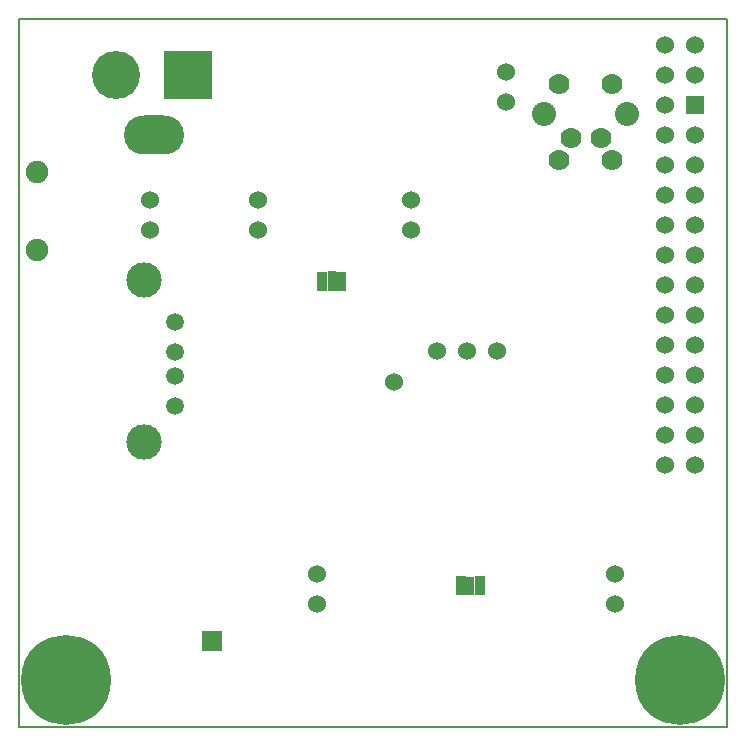
<source format=gbs>
G04 (created by PCBNEW (2013-03-15 BZR 4003)-stable) date 24-Aug-13 4:32:32 PM*
%MOIN*%
G04 Gerber Fmt 3.4, Leading zero omitted, Abs format*
%FSLAX34Y34*%
G01*
G70*
G90*
G04 APERTURE LIST*
%ADD10C,0*%
%ADD11C,0.00590551*%
%ADD12C,0.07*%
%ADD13C,0.08*%
%ADD14C,0.06*%
%ADD15R,0.06X0.06*%
%ADD16C,0.16*%
%ADD17R,0.16X0.16*%
%ADD18O,0.2X0.13*%
%ADD19C,0.075*%
%ADD20R,0.03X0.0646457*%
%ADD21R,0.0323622X0.0323622*%
%ADD22C,0.0591*%
%ADD23C,0.1181*%
%ADD24R,0.03X0.0650394*%
%ADD25R,0.0323622X0.0325591*%
%ADD26R,0.0322835X0.0346457*%
%ADD27C,0.3*%
G04 APERTURE END LIST*
G54D10*
G54D11*
X34547Y-31003D02*
X34547Y-7381D01*
X58169Y-31003D02*
X34547Y-31003D01*
X58169Y-7381D02*
X58169Y-31003D01*
X34547Y-7381D02*
X58169Y-7381D01*
G54D12*
X54319Y-9547D03*
X52569Y-9547D03*
G54D13*
X54819Y-10547D03*
X52069Y-10547D03*
G54D12*
X52569Y-12097D03*
X54319Y-12097D03*
X52944Y-11347D03*
X53944Y-11347D03*
G54D14*
X48507Y-18444D03*
X49507Y-18444D03*
X50507Y-18444D03*
X50787Y-10145D03*
X50787Y-9145D03*
X42519Y-14437D03*
X42519Y-13437D03*
X44488Y-26877D03*
X44488Y-25877D03*
X54429Y-26877D03*
X54429Y-25877D03*
X47618Y-14437D03*
X47618Y-13437D03*
X56084Y-8271D03*
X57084Y-8271D03*
X56084Y-9271D03*
X57084Y-9271D03*
X56084Y-10271D03*
G54D15*
X57084Y-10271D03*
G54D14*
X56084Y-11271D03*
X57084Y-11271D03*
X56084Y-12271D03*
X57084Y-12271D03*
X56084Y-13271D03*
X57084Y-13271D03*
X56084Y-14271D03*
X57084Y-14271D03*
X56084Y-15271D03*
X57084Y-15271D03*
X56084Y-16271D03*
X57084Y-16271D03*
X56084Y-17271D03*
X57084Y-17271D03*
X56084Y-18271D03*
X57084Y-18271D03*
X56084Y-19271D03*
X57084Y-19271D03*
X56084Y-20271D03*
X57084Y-20271D03*
G54D16*
X37795Y-9251D03*
G54D17*
X40195Y-9251D03*
G54D18*
X39045Y-11251D03*
G54D14*
X47047Y-19488D03*
G54D19*
X35150Y-12499D03*
X35150Y-15099D03*
G54D20*
X49606Y-26279D03*
G54D21*
X49299Y-26440D03*
X49299Y-26118D03*
X49913Y-26118D03*
X49913Y-26440D03*
G54D22*
X39763Y-20297D03*
X39763Y-19297D03*
X39763Y-18497D03*
X39763Y-17497D03*
G54D23*
X38713Y-21497D03*
X38713Y-16097D03*
G54D24*
X44980Y-16141D03*
G54D25*
X44673Y-16304D03*
X44673Y-15979D03*
X45287Y-15979D03*
X45287Y-16304D03*
G54D26*
X41146Y-28295D03*
X40824Y-28295D03*
X41146Y-27949D03*
X40824Y-27949D03*
G54D27*
X36122Y-29429D03*
X56594Y-29429D03*
G54D14*
X38937Y-14437D03*
X38937Y-13437D03*
X56084Y-21271D03*
X56084Y-22271D03*
X57084Y-21271D03*
X57084Y-22271D03*
M02*

</source>
